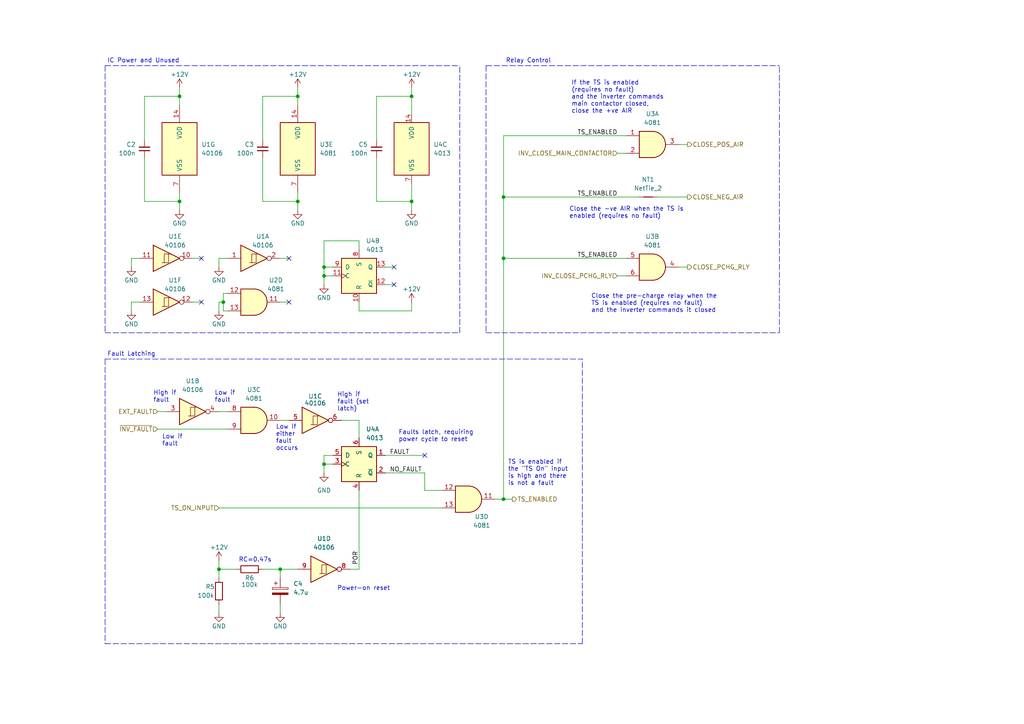
<source format=kicad_sch>
(kicad_sch (version 20211123) (generator eeschema)
  (paper "A4")
  (title_block (title "Pre-Charge") (date "2023-04-06") (rev "2.0.0") (company "SUFST - Southampton University Formula Student Team") (comment 1 "STAG 9") (comment 2 "Tim Brewis"))
  (lib_symbols
    (symbol "4xxx:40106" (pin_names (offset 1.016))
      (property "Reference" "U" (at 0 1.27 0))
      (property "Value" "40106" (at 0 -1.27 0))
      (symbol "40106_1_0"
        (polyline (pts (xy -0.635 -1.27) (xy -0.635 1.27) (xy 0.635 1.27)))
        (polyline (pts (xy -3.81 3.81) (xy -3.81 -3.81) (xy 3.81 0) (xy -3.81 3.81)) (stroke (width 0.254)) (fill (type background)))
        (polyline (pts (xy -1.27 -1.27) (xy 0.635 -1.27) (xy 0.635 1.27) (xy 1.27 1.27)))
        (pin input line (at -7.62 0 0) (length 3.81) (name "~") (number "1"))
        (pin output inverted (at 7.62 0 180) (length 3.81) (name "~") (number "2"))
      )
      (symbol "40106_2_0"
        (polyline (pts (xy -0.635 -1.27) (xy -0.635 1.27) (xy 0.635 1.27)))
        (polyline (pts (xy -3.81 3.81) (xy -3.81 -3.81) (xy 3.81 0) (xy -3.81 3.81)) (stroke (width 0.254)) (fill (type background)))
        (polyline (pts (xy -1.27 -1.27) (xy 0.635 -1.27) (xy 0.635 1.27) (xy 1.27 1.27)))
        (pin input line (at -7.62 0 0) (length 3.81) (name "~") (number "3"))
        (pin output inverted (at 7.62 0 180) (length 3.81) (name "~") (number "4"))
      )
      (symbol "40106_3_0"
        (polyline (pts (xy -0.635 -1.27) (xy -0.635 1.27) (xy 0.635 1.27)))
        (polyline (pts (xy -3.81 3.81) (xy -3.81 -3.81) (xy 3.81 0) (xy -3.81 3.81)) (stroke (width 0.254)) (fill (type background)))
        (polyline (pts (xy -1.27 -1.27) (xy 0.635 -1.27) (xy 0.635 1.27) (xy 1.27 1.27)))
        (pin input line (at -7.62 0 0) (length 3.81) (name "~") (number "5"))
        (pin output inverted (at 7.62 0 180) (length 3.81) (name "~") (number "6"))
      )
      (symbol "40106_4_0"
        (polyline (pts (xy -0.635 -1.27) (xy -0.635 1.27) (xy 0.635 1.27)))
        (polyline (pts (xy -3.81 3.81) (xy -3.81 -3.81) (xy 3.81 0) (xy -3.81 3.81)) (stroke (width 0.254)) (fill (type background)))
        (polyline (pts (xy -1.27 -1.27) (xy 0.635 -1.27) (xy 0.635 1.27) (xy 1.27 1.27)))
        (pin output inverted (at 7.62 0 180) (length 3.81) (name "~") (number "8"))
        (pin input line (at -7.62 0 0) (length 3.81) (name "~") (number "9"))
      )
      (symbol "40106_5_0"
        (polyline (pts (xy -0.635 -1.27) (xy -0.635 1.27) (xy 0.635 1.27)))
        (polyline (pts (xy -3.81 3.81) (xy -3.81 -3.81) (xy 3.81 0) (xy -3.81 3.81)) (stroke (width 0.254)) (fill (type background)))
        (polyline (pts (xy -1.27 -1.27) (xy 0.635 -1.27) (xy 0.635 1.27) (xy 1.27 1.27)))
        (pin output inverted (at 7.62 0 180) (length 3.81) (name "~") (number "10"))
        (pin input line (at -7.62 0 0) (length 3.81) (name "~") (number "11"))
      )
      (symbol "40106_6_0"
        (polyline (pts (xy -0.635 -1.27) (xy -0.635 1.27) (xy 0.635 1.27)))
        (polyline (pts (xy -3.81 3.81) (xy -3.81 -3.81) (xy 3.81 0) (xy -3.81 3.81)) (stroke (width 0.254)) (fill (type background)))
        (polyline (pts (xy -1.27 -1.27) (xy 0.635 -1.27) (xy 0.635 1.27) (xy 1.27 1.27)))
        (pin output inverted (at 7.62 0 180) (length 3.81) (name "~") (number "12"))
        (pin input line (at -7.62 0 0) (length 3.81) (name "~") (number "13"))
      )
      (symbol "40106_7_0"
        (pin power_in line (at 0 12.7 270) (length 5.08) (name "VDD") (number "14"))
        (pin power_in line (at 0 -12.7 90) (length 5.08) (name "VSS") (number "7"))
      )
      (symbol "40106_7_1"
        (rectangle (start -5.08 7.62) (end 5.08 -7.62) (stroke (width 0.254)) (fill (type background)))
      )
    )
    (symbol "4xxx:4013" (pin_names (offset 1.016))
      (property "Reference" "U" (at -7.62 8.89 0))
      (property "Value" "4013" (at -7.62 -8.89 0))
      (symbol "4013_1_1"
        (rectangle (start -5.08 5.08) (end 5.08 -5.08) (stroke (width 0.254)) (fill (type background)))
        (pin output line (at 7.62 2.54 180) (length 2.54) (name "Q") (number "1"))
        (pin output line (at 7.62 -2.54 180) (length 2.54) (name "~{Q}") (number "2"))
        (pin input clock (at -7.62 0 0) (length 2.54) (name "C") (number "3"))
        (pin input line (at 0 -7.62 90) (length 2.54) (name "R") (number "4"))
        (pin input line (at -7.62 2.54 0) (length 2.54) (name "D") (number "5"))
        (pin input line (at 0 7.62 270) (length 2.54) (name "S") (number "6"))
      )
      (symbol "4013_2_1"
        (rectangle (start -5.08 5.08) (end 5.08 -5.08) (stroke (width 0.254)) (fill (type background)))
        (pin input line (at 0 -7.62 90) (length 2.54) (name "R") (number "10"))
        (pin input clock (at -7.62 0 0) (length 2.54) (name "C") (number "11"))
        (pin output line (at 7.62 -2.54 180) (length 2.54) (name "~{Q}") (number "12"))
        (pin output line (at 7.62 2.54 180) (length 2.54) (name "Q") (number "13"))
        (pin input line (at 0 7.62 270) (length 2.54) (name "S") (number "8"))
        (pin input line (at -7.62 2.54 0) (length 2.54) (name "D") (number "9"))
      )
      (symbol "4013_3_0"
        (pin power_in line (at 0 10.16 270) (length 2.54) (name "VDD") (number "14"))
        (pin power_in line (at 0 -10.16 90) (length 2.54) (name "VSS") (number "7"))
      )
      (symbol "4013_3_1"
        (rectangle (start -5.08 7.62) (end 5.08 -7.62) (stroke (width 0.254)) (fill (type background)))
      )
    )
    (symbol "4xxx:4081" (pin_names (offset 1.016))
      (property "Reference" "U" (at 0 1.27 0))
      (property "Value" "4081" (at 0 -1.27 0))
      (symbol "4081_1_1"
        (arc (start 0 -3.81) (mid 3.81 0) (end 0 3.81) (stroke (width 0.254)) (fill (type background)))
        (polyline (pts (xy 0 3.81) (xy -3.81 3.81) (xy -3.81 -3.81) (xy 0 -3.81)) (stroke (width 0.254)) (fill (type background)))
        (pin input line (at -7.62 2.54 0) (length 3.81) (name "~") (number "1"))
        (pin input line (at -7.62 -2.54 0) (length 3.81) (name "~") (number "2"))
        (pin output line (at 7.62 0 180) (length 3.81) (name "~") (number "3"))
      )
      (symbol "4081_1_2"
        (arc (start -3.81 -3.81) (mid -2.589 0) (end -3.81 3.81) (stroke (width 0.254)))
        (arc (start -0.6096 -3.81) (mid 2.1842 -2.5851) (end 3.81 0) (stroke (width 0.254)) (fill (type background)))
        (polyline (pts (xy -3.81 -3.81) (xy -0.635 -3.81)) (stroke (width 0.254)) (fill (type background)))
        (polyline (pts (xy -3.81 3.81) (xy -0.635 3.81)) (stroke (width 0.254)) (fill (type background)))
        (polyline (pts (xy -0.635 3.81) (xy -3.81 3.81) (xy -3.81 3.81) (xy -3.556 3.4036) (xy -3.0226 2.2606) (xy -2.6924 1.0414) (xy -2.6162 -0.254) (xy -2.7686 -1.4986) (xy -3.175 -2.7178) (xy -3.81 -3.81) (xy -3.81 -3.81) (xy -0.635 -3.81)) (stroke (width -25.4)) (fill (type background)))
        (arc (start 3.81 0) (mid 2.1915 2.5936) (end -0.6096 3.81) (stroke (width 0.254)) (fill (type background)))
        (pin input inverted (at -7.62 2.54 0) (length 4.318) (name "~") (number "1"))
        (pin input inverted (at -7.62 -2.54 0) (length 4.318) (name "~") (number "2"))
        (pin output inverted (at 7.62 0 180) (length 3.81) (name "~") (number "3"))
      )
      (symbol "4081_2_1"
        (arc (start 0 -3.81) (mid 3.81 0) (end 0 3.81) (stroke (width 0.254)) (fill (type background)))
        (polyline (pts (xy 0 3.81) (xy -3.81 3.81) (xy -3.81 -3.81) (xy 0 -3.81)) (stroke (width 0.254)) (fill (type background)))
        (pin output line (at 7.62 0 180) (length 3.81) (name "~") (number "4"))
        (pin input line (at -7.62 2.54 0) (length 3.81) (name "~") (number "5"))
        (pin input line (at -7.62 -2.54 0) (length 3.81) (name "~") (number "6"))
      )
      (symbol "4081_2_2"
        (arc (start -3.81 -3.81) (mid -2.589 0) (end -3.81 3.81) (stroke (width 0.254)))
        (arc (start -0.6096 -3.81) (mid 2.1842 -2.5851) (end 3.81 0) (stroke (width 0.254)) (fill (type background)))
        (polyline (pts (xy -3.81 -3.81) (xy -0.635 -3.81)) (stroke (width 0.254)) (fill (type background)))
        (polyline (pts (xy -3.81 3.81) (xy -0.635 3.81)) (stroke (width 0.254)) (fill (type background)))
        (polyline (pts (xy -0.635 3.81) (xy -3.81 3.81) (xy -3.81 3.81) (xy -3.556 3.4036) (xy -3.0226 2.2606) (xy -2.6924 1.0414) (xy -2.6162 -0.254) (xy -2.7686 -1.4986) (xy -3.175 -2.7178) (xy -3.81 -3.81) (xy -3.81 -3.81) (xy -0.635 -3.81)) (stroke (width -25.4)) (fill (type background)))
        (arc (start 3.81 0) (mid 2.1915 2.5936) (end -0.6096 3.81) (stroke (width 0.254)) (fill (type background)))
        (pin output inverted (at 7.62 0 180) (length 3.81) (name "~") (number "4"))
        (pin input inverted (at -7.62 2.54 0) (length 4.318) (name "~") (number "5"))
        (pin input inverted (at -7.62 -2.54 0) (length 4.318) (name "~") (number "6"))
      )
      (symbol "4081_3_1"
        (arc (start 0 -3.81) (mid 3.81 0) (end 0 3.81) (stroke (width 0.254)) (fill (type background)))
        (polyline (pts (xy 0 3.81) (xy -3.81 3.81) (xy -3.81 -3.81) (xy 0 -3.81)) (stroke (width 0.254)) (fill (type background)))
        (pin output line (at 7.62 0 180) (length 3.81) (name "~") (number "10"))
        (pin input line (at -7.62 2.54 0) (length 3.81) (name "~") (number "8"))
        (pin input line (at -7.62 -2.54 0) (length 3.81) (name "~") (number "9"))
      )
      (symbol "4081_3_2"
        (arc (start -3.81 -3.81) (mid -2.589 0) (end -3.81 3.81) (stroke (width 0.254)))
        (arc (start -0.6096 -3.81) (mid 2.1842 -2.5851) (end 3.81 0) (stroke (width 0.254)) (fill (type background)))
        (polyline (pts (xy -3.81 -3.81) (xy -0.635 -3.81)) (stroke (width 0.254)) (fill (type background)))
        (polyline (pts (xy -3.81 3.81) (xy -0.635 3.81)) (stroke (width 0.254)) (fill (type background)))
        (polyline (pts (xy -0.635 3.81) (xy -3.81 3.81) (xy -3.81 3.81) (xy -3.556 3.4036) (xy -3.0226 2.2606) (xy -2.6924 1.0414) (xy -2.6162 -0.254) (xy -2.7686 -1.4986) (xy -3.175 -2.7178) (xy -3.81 -3.81) (xy -3.81 -3.81) (xy -0.635 -3.81)) (stroke (width -25.4)) (fill (type background)))
        (arc (start 3.81 0) (mid 2.1915 2.5936) (end -0.6096 3.81) (stroke (width 0.254)) (fill (type background)))
        (pin output inverted (at 7.62 0 180) (length 3.81) (name "~") (number "10"))
        (pin input inverted (at -7.62 2.54 0) (length 4.318) (name "~") (number "8"))
        (pin input inverted (at -7.62 -2.54 0) (length 4.318) (name "~") (number "9"))
      )
      (symbol "4081_4_1"
        (arc (start 0 -3.81) (mid 3.81 0) (end 0 3.81) (stroke (width 0.254)) (fill (type background)))
        (polyline (pts (xy 0 3.81) (xy -3.81 3.81) (xy -3.81 -3.81) (xy 0 -3.81)) (stroke (width 0.254)) (fill (type background)))
        (pin output line (at 7.62 0 180) (length 3.81) (name "~") (number "11"))
        (pin input line (at -7.62 2.54 0) (length 3.81) (name "~") (number "12"))
        (pin input line (at -7.62 -2.54 0) (length 3.81) (name "~") (number "13"))
      )
      (symbol "4081_4_2"
        (arc (start -3.81 -3.81) (mid -2.589 0) (end -3.81 3.81) (stroke (width 0.254)))
        (arc (start -0.6096 -3.81) (mid 2.1842 -2.5851) (end 3.81 0) (stroke (width 0.254)) (fill (type background)))
        (polyline (pts (xy -3.81 -3.81) (xy -0.635 -3.81)) (stroke (width 0.254)) (fill (type background)))
        (polyline (pts (xy -3.81 3.81) (xy -0.635 3.81)) (stroke (width 0.254)) (fill (type background)))
        (polyline (pts (xy -0.635 3.81) (xy -3.81 3.81) (xy -3.81 3.81) (xy -3.556 3.4036) (xy -3.0226 2.2606) (xy -2.6924 1.0414) (xy -2.6162 -0.254) (xy -2.7686 -1.4986) (xy -3.175 -2.7178) (xy -3.81 -3.81) (xy -3.81 -3.81) (xy -0.635 -3.81)) (stroke (width -25.4)) (fill (type background)))
        (arc (start 3.81 0) (mid 2.1915 2.5936) (end -0.6096 3.81) (stroke (width 0.254)) (fill (type background)))
        (pin output inverted (at 7.62 0 180) (length 3.81) (name "~") (number "11"))
        (pin input inverted (at -7.62 2.54 0) (length 4.318) (name "~") (number "12"))
        (pin input inverted (at -7.62 -2.54 0) (length 4.318) (name "~") (number "13"))
      )
      (symbol "4081_5_0"
        (pin power_in line (at 0 12.7 270) (length 5.08) (name "VDD") (number "14"))
        (pin power_in line (at 0 -12.7 90) (length 5.08) (name "VSS") (number "7"))
      )
      (symbol "4081_5_1"
        (rectangle (start -5.08 7.62) (end 5.08 -7.62) (stroke (width 0.254)) (fill (type background)))
      )
    )
    (symbol "Device:C_Polarized" (pin_numbers hide) (pin_names (offset 0.254))
      (property "Reference" "C" (at 0.635 2.54 0))
      (property "Value" "C_Polarized" (at 0.635 -2.54 0))
      (symbol "C_Polarized_0_1"
        (rectangle (start -2.286 0.508) (end 2.286 1.016))
        (polyline (pts (xy -1.778 2.286) (xy -0.762 2.286)))
        (polyline (pts (xy -1.27 2.794) (xy -1.27 1.778)))
        (rectangle (start 2.286 -0.508) (end -2.286 -1.016) (fill (type outline)))
      )
      (symbol "C_Polarized_1_1"
        (pin passive line (at 0 3.81 270) (length 2.794) (name "~") (number "1"))
        (pin passive line (at 0 -3.81 90) (length 2.794) (name "~") (number "2"))
      )
    )
    (symbol "Device:C_Small" (pin_numbers hide) (pin_names (offset 0.254) hide)
      (property "Reference" "C" (at 0.254 1.778 0))
      (property "Value" "C_Small" (at 0.254 -2.032 0))
      (symbol "C_Small_0_1"
        (polyline (pts (xy -1.524 -0.508) (xy 1.524 -0.508)) (stroke (width 0.3302)))
        (polyline (pts (xy -1.524 0.508) (xy 1.524 0.508)) (stroke (width 0.3048)))
      )
      (symbol "C_Small_1_1"
        (pin passive line (at 0 2.54 270) (length 2.032) (name "~") (number "1"))
        (pin passive line (at 0 -2.54 90) (length 2.032) (name "~") (number "2"))
      )
    )
    (symbol "Device:NetTie_2" (pin_numbers hide) (pin_names (offset 0) hide) (in_bom no)
      (property "Reference" "NT" (at 0 1.27 0))
      (property "Value" "NetTie_2" (at 0 -1.27 0))
      (symbol "NetTie_2_0_1"
        (polyline (pts (xy -1.27 0) (xy 1.27 0)) (stroke (width 0.254)))
      )
      (symbol "NetTie_2_1_1"
        (pin passive line (at -2.54 0 0) (length 2.54) (name "1") (number "1"))
        (pin passive line (at 2.54 0 180) (length 2.54) (name "2") (number "2"))
      )
    )
    (symbol "Device:R" (pin_numbers hide) (pin_names (offset 0))
      (property "Reference" "R" (at 2.032 0 90))
      (property "Value" "R" (at 0 0 90))
      (symbol "R_0_1"
        (rectangle (start -1.016 -2.54) (end 1.016 2.54) (stroke (width 0.254)))
      )
      (symbol "R_1_1"
        (pin passive line (at 0 3.81 270) (length 1.27) (name "~") (number "1"))
        (pin passive line (at 0 -3.81 90) (length 1.27) (name "~") (number "2"))
      )
    )
    (symbol "power:+12V" (power) (pin_names (offset 0))
      (property "Value" "+12V" (at 0 3.556 0))
      (symbol "+12V_0_1"
        (polyline (pts (xy -0.762 1.27) (xy 0 2.54)))
        (polyline (pts (xy 0 0) (xy 0 2.54)))
        (polyline (pts (xy 0 2.54) (xy 0.762 1.27)))
      )
      (symbol "+12V_1_1"
        (pin power_in line (at 0 0 90) (length 0) hide (name "+12V") (number "1"))
      )
    )
    (symbol "power:GND" (power) (pin_names (offset 0))
      (property "Value" "GND" (at 0 -3.81 0))
      (symbol "GND_0_1"
        (polyline (pts (xy 0 0) (xy 0 -1.27) (xy 1.27 -1.27) (xy 0 -2.54) (xy -1.27 -1.27) (xy 0 -1.27)))
      )
      (symbol "GND_1_1"
        (pin power_in line (at 0 0 270) (length 0) hide (name "GND") (number "1"))
      )
    )
  )
  (junction (at 93.98 134.62))
  (junction (at 81.28 165.1))
  (junction (at 146.05 57.15))
  (junction (at 86.36 58.42))
  (junction (at 64.77 87.63))
  (junction (at 93.98 77.47))
  (junction (at 146.05 144.78))
  (junction (at 63.5 165.1))
  (junction (at 52.07 27.94))
  (junction (at 86.36 27.94))
  (junction (at 146.05 74.93))
  (junction (at 93.98 80.01))
  (junction (at 119.38 58.42))
  (junction (at 119.38 27.94))
  (junction (at 52.07 58.42))
  (no_connect (at 123.19 132.08))
  (no_connect (at 114.3 77.47))
  (no_connect (at 114.3 82.55))
  (no_connect (at 58.42 74.93))
  (no_connect (at 83.82 87.63))
  (no_connect (at 83.82 74.93))
  (no_connect (at 58.42 87.63))
  (wire (pts (xy 45.72 124.46) (xy 66.04 124.46)))
  (wire (pts (xy 63.5 74.93) (xy 66.04 74.93)))
  (wire (pts (xy 81.28 175.26) (xy 81.28 177.8)))
  (wire (pts (xy 93.98 80.01) (xy 96.52 80.01)))
  (wire (pts (xy 190.5 57.15) (xy 199.39 57.15)))
  (wire (pts (xy 63.5 175.26) (xy 63.5 177.8)))
  (polyline (pts (xy 30.48 19.05) (xy 133.35 19.05)))
  (wire (pts (xy 55.88 87.63) (xy 58.42 87.63)))
  (wire (pts (xy 104.14 90.17) (xy 119.38 90.17)))
  (wire (pts (xy 52.07 58.42) (xy 41.91 58.42)))
  (wire (pts (xy 119.38 90.17) (xy 119.38 87.63)))
  (wire (pts (xy 93.98 134.62) (xy 93.98 137.16)))
  (wire (pts (xy 52.07 55.88) (xy 52.07 58.42)))
  (wire (pts (xy 64.77 90.17) (xy 66.04 90.17)))
  (wire (pts (xy 96.52 134.62) (xy 93.98 134.62)))
  (polyline (pts (xy 30.48 19.05) (xy 30.48 96.52)))
  (wire (pts (xy 41.91 58.42) (xy 41.91 45.72)))
  (wire (pts (xy 86.36 58.42) (xy 86.36 60.96)))
  (wire (pts (xy 52.07 58.42) (xy 52.07 60.96)))
  (wire (pts (xy 76.2 40.64) (xy 76.2 27.94)))
  (wire (pts (xy 128.27 142.24) (xy 123.19 142.24)))
  (wire (pts (xy 93.98 69.85) (xy 104.14 69.85)))
  (polyline (pts (xy 133.35 96.52) (xy 133.35 19.05)))
  (wire (pts (xy 38.1 77.47) (xy 38.1 74.93)))
  (wire (pts (xy 38.1 90.17) (xy 38.1 87.63)))
  (wire (pts (xy 101.6 165.1) (xy 104.14 165.1)))
  (wire (pts (xy 63.5 162.56) (xy 63.5 165.1)))
  (wire (pts (xy 63.5 165.1) (xy 68.58 165.1)))
  (polyline (pts (xy 140.97 19.05) (xy 226.06 19.05)))
  (polyline (pts (xy 140.97 19.05) (xy 140.97 96.52)))
  (wire (pts (xy 111.76 77.47) (xy 114.3 77.47)))
  (wire (pts (xy 63.5 90.17) (xy 63.5 87.63)))
  (wire (pts (xy 86.36 25.4) (xy 86.36 27.94)))
  (wire (pts (xy 81.28 87.63) (xy 83.82 87.63)))
  (wire (pts (xy 119.38 58.42) (xy 119.38 60.96)))
  (wire (pts (xy 86.36 55.88) (xy 86.36 58.42)))
  (wire (pts (xy 179.07 80.01) (xy 181.61 80.01)))
  (wire (pts (xy 104.14 87.63) (xy 104.14 90.17)))
  (wire (pts (xy 64.77 85.09) (xy 66.04 85.09)))
  (wire (pts (xy 123.19 142.24) (xy 123.19 137.16)))
  (wire (pts (xy 93.98 132.08) (xy 93.98 134.62)))
  (wire (pts (xy 86.36 27.94) (xy 86.36 30.48)))
  (wire (pts (xy 146.05 39.37) (xy 146.05 57.15)))
  (wire (pts (xy 111.76 82.55) (xy 114.3 82.55)))
  (wire (pts (xy 119.38 27.94) (xy 119.38 33.02)))
  (wire (pts (xy 196.85 77.47) (xy 199.39 77.47)))
  (wire (pts (xy 109.22 27.94) (xy 119.38 27.94)))
  (wire (pts (xy 52.07 25.4) (xy 52.07 27.94)))
  (wire (pts (xy 63.5 87.63) (xy 64.77 87.63)))
  (wire (pts (xy 45.72 119.38) (xy 48.26 119.38)))
  (wire (pts (xy 64.77 87.63) (xy 64.77 90.17)))
  (polyline (pts (xy 140.97 96.52) (xy 226.06 96.52)))
  (wire (pts (xy 52.07 27.94) (xy 52.07 30.48)))
  (wire (pts (xy 196.85 41.91) (xy 199.39 41.91)))
  (polyline (pts (xy 30.48 104.14) (xy 168.91 104.14)))
  (wire (pts (xy 146.05 39.37) (xy 181.61 39.37)))
  (wire (pts (xy 81.28 165.1) (xy 86.36 165.1)))
  (wire (pts (xy 81.28 165.1) (xy 81.28 167.64)))
  (wire (pts (xy 41.91 27.94) (xy 52.07 27.94)))
  (wire (pts (xy 119.38 58.42) (xy 109.22 58.42)))
  (wire (pts (xy 76.2 27.94) (xy 86.36 27.94)))
  (polyline (pts (xy 168.91 186.69) (xy 168.91 104.14)))
  (wire (pts (xy 111.76 132.08) (xy 123.19 132.08)))
  (wire (pts (xy 104.14 142.24) (xy 104.14 165.1)))
  (wire (pts (xy 146.05 74.93) (xy 181.61 74.93)))
  (wire (pts (xy 93.98 77.47) (xy 96.52 77.47)))
  (wire (pts (xy 109.22 58.42) (xy 109.22 45.72)))
  (wire (pts (xy 146.05 144.78) (xy 148.59 144.78)))
  (wire (pts (xy 109.22 40.64) (xy 109.22 27.94)))
  (polyline (pts (xy 226.06 96.52) (xy 226.06 19.05)))
  (wire (pts (xy 41.91 40.64) (xy 41.91 27.94)))
  (wire (pts (xy 146.05 57.15) (xy 146.05 74.93)))
  (wire (pts (xy 63.5 165.1) (xy 63.5 167.64)))
  (wire (pts (xy 64.77 87.63) (xy 64.77 85.09)))
  (polyline (pts (xy 30.48 186.69) (xy 168.91 186.69)))
  (wire (pts (xy 146.05 74.93) (xy 146.05 144.78)))
  (wire (pts (xy 104.14 121.92) (xy 104.14 127)))
  (wire (pts (xy 86.36 58.42) (xy 76.2 58.42)))
  (wire (pts (xy 38.1 87.63) (xy 40.64 87.63)))
  (wire (pts (xy 76.2 58.42) (xy 76.2 45.72)))
  (wire (pts (xy 119.38 53.34) (xy 119.38 58.42)))
  (wire (pts (xy 81.28 121.92) (xy 83.82 121.92)))
  (wire (pts (xy 63.5 147.32) (xy 128.27 147.32)))
  (wire (pts (xy 76.2 165.1) (xy 81.28 165.1)))
  (polyline (pts (xy 30.48 104.14) (xy 30.48 186.69)))
  (wire (pts (xy 119.38 25.4) (xy 119.38 27.94)))
  (polyline (pts (xy 30.48 96.52) (xy 133.35 96.52)))
  (wire (pts (xy 96.52 132.08) (xy 93.98 132.08)))
  (wire (pts (xy 63.5 77.47) (xy 63.5 74.93)))
  (wire (pts (xy 93.98 80.01) (xy 93.98 82.55)))
  (wire (pts (xy 93.98 77.47) (xy 93.98 80.01)))
  (wire (pts (xy 146.05 57.15) (xy 185.42 57.15)))
  (wire (pts (xy 63.5 119.38) (xy 66.04 119.38)))
  (wire (pts (xy 38.1 74.93) (xy 40.64 74.93)))
  (wire (pts (xy 111.76 137.16) (xy 123.19 137.16)))
  (wire (pts (xy 104.14 69.85) (xy 104.14 72.39)))
  (wire (pts (xy 55.88 74.93) (xy 58.42 74.93)))
  (wire (pts (xy 179.07 44.45) (xy 181.61 44.45)))
  (wire (pts (xy 143.51 144.78) (xy 146.05 144.78)))
  (wire (pts (xy 99.06 121.92) (xy 104.14 121.92)))
  (wire (pts (xy 81.28 74.93) (xy 83.82 74.93)))
  (wire (pts (xy 93.98 77.47) (xy 93.98 69.85)))
  (text "Low if \nfault" (at 46.99 129.54 0) (effects (font (size 1.27 1.27)) (justify left bottom)))
  (text "Faults latch, requiring \npower cycle to reset" (at 115.57 128.27 0) (effects (font (size 1.27 1.27)) (justify left bottom)))
  (text "Low if\neither\nfault \noccurs" (at 80.01 130.81 0) (effects (font (size 1.27 1.27)) (justify left bottom)))
  (text "RC=0.47s" (at 69.215 163.195 0) (effects (font (size 1.27 1.27)) (justify left bottom)))
  (text "If the TS is enabled\n(requires no fault)\nand the inverter commands\nmain contactor closed,\nclose the +ve AIR" (at 165.735 33.02 0) (effects (font (size 1.27 1.27)) (justify left bottom)))
  (text "Power-on reset" (at 97.79 171.45 0) (effects (font (size 1.27 1.27)) (justify left bottom)))
  (text "High if\nfault" (at 44.45 116.84 0) (effects (font (size 1.27 1.27)) (justify left bottom)))
  (text "Relay Control" (at 146.685 18.415 0) (effects (font (size 1.27 1.27)) (justify left bottom)))
  (text "IC Power and Unused" (at 31.115 18.415 0) (effects (font (size 1.27 1.27)) (justify left bottom)))
  (text "Close the -ve AIR when the TS is\nenabled (requires no fault)" (at 165.1 63.5 0) (effects (font (size 1.27 1.27)) (justify left bottom)))
  (text "Low if\nfault" (at 62.23 116.84 0) (effects (font (size 1.27 1.27)) (justify left bottom)))
  (text "Fault Latching" (at 31.115 103.505 0) (effects (font (size 1.27 1.27)) (justify left bottom)))
  (text "Close the pre-charge relay when the \nTS is enabled (requires no fault) \nand the inverter commands it closed" (at 171.45 90.805 0) (effects (font (size 1.27 1.27)) (justify left bottom)))
  (text "TS is enabled if\nthe \"TS On\" input\nis high and there\nis not a fault" (at 147.32 140.97 0) (effects (font (size 1.27 1.27)) (justify left bottom)))
  (text "High if\nfault (set\nlatch)" (at 97.79 119.38 0) (effects (font (size 1.27 1.27)) (justify left bottom)))
  (label "TS_ENABLED" (at 179.07 57.15 180))
  (label "FAULT" (at 113.03 132.08 0))
  (label "POR" (at 104.14 163.83 90))
  (label "NO_FAULT" (at 113.03 137.16 0))
  (label "TS_ENABLED" (at 179.07 39.37 180))
  (label "TS_ENABLED" (at 179.07 74.93 180))
  (hierarchical_label "CLOSE_POS_AIR" (shape output) (at 199.39 41.91 0))
  (hierarchical_label "INV_CLOSE_MAIN_CONTACTOR" (shape input) (at 179.07 44.45 180))
  (hierarchical_label "CLOSE_NEG_AIR" (shape output) (at 199.39 57.15 0))
  (hierarchical_label "EXT_FAULT" (shape input) (at 45.72 119.38 180))
  (hierarchical_label "TS_ON_INPUT" (shape input) (at 63.5 147.32 180))
  (hierarchical_label "INV_CLOSE_PCHG_RLY" (shape input) (at 179.07 80.01 180))
  (hierarchical_label "CLOSE_PCHG_RLY" (shape output) (at 199.39 77.47 0))
  (hierarchical_label "~{INV_FAULT}" (shape input) (at 45.72 124.46 180))
  (hierarchical_label "TS_ENABLED" (shape output) (at 148.59 144.78 0))
  (symbol (lib_id "power:GND") (at 93.98 82.55 0) (unit 1)
    (property "Reference" "#PWR024" (effects hide))
    (property "Value" "GND" (at 93.98 86.36 0))
  )
  (symbol (lib_id "Device:C_Small") (at 76.2 43.18 0) (mirror x) (unit 1)
    (property "Reference" "C3" (at 73.66 41.9035 0) (effects (justify right)))
    (property "Value" "100n" (at 73.66 44.4435 0) (effects (justify right)))
  )
  (symbol (lib_id "power:+12V") (at 52.07 25.4 0) (unit 1)
    (property "Reference" "#PWR015" (effects hide))
    (property "Value" "+12V" (at 52.07 21.59 0))
  )
  (symbol (lib_id "Device:C_Polarized") (at 81.28 171.45 0) (unit 1)
    (property "Reference" "C4" (at 85.09 169.2909 0) (effects (justify left)))
    (property "Value" "4.7u" (at 85.09 171.8309 0) (effects (justify left)))
    (property "Footprint" "Capacitor_THT:CP_Radial_D5.0mm_P2.00mm" (effects hide))
  )
  (symbol (lib_id "4xxx:40106") (at 48.26 87.63 0) (unit 6)
    (property "Reference" "U1" (at 50.8 81.28 0))
    (property "Value" "40106" (at 50.8 83.82 0))
    (property "Datasheet" "https://assets.nexperia.com/documents/data-sheet/HEF40106B.pdf" (effects hide))
  )
  (symbol (lib_id "4xxx:40106") (at 48.26 74.93 0) (unit 5)
    (property "Reference" "U1" (at 50.8 68.58 0))
    (property "Value" "40106" (at 50.8 71.12 0))
    (property "Datasheet" "https://assets.nexperia.com/documents/data-sheet/HEF40106B.pdf" (effects hide))
  )
  (symbol (lib_id "power:+12V") (at 86.36 25.4 0) (unit 1)
    (property "Reference" "#PWR022" (effects hide))
    (property "Value" "+12V" (at 86.36 21.59 0))
  )
  (symbol (lib_id "4xxx:40106") (at 93.98 165.1 0) (unit 4)
    (property "Reference" "U1" (at 93.98 156.21 0))
    (property "Value" "40106" (at 93.98 158.75 0))
    (property "Datasheet" "https://assets.nexperia.com/documents/data-sheet/HEF40106B.pdf" (effects hide))
  )
  (symbol (lib_id "4xxx:40106") (at 52.07 43.18 0) (unit 7)
    (property "Reference" "U1" (at 58.42 41.9099 0) (effects (justify left)))
    (property "Value" "40106" (at 58.42 44.4499 0) (effects (justify left)))
    (property "Datasheet" "https://assets.nexperia.com/documents/data-sheet/HEF40106B.pdf" (effects hide))
  )
  (symbol (lib_id "4xxx:4013") (at 119.38 43.18 0) (unit 3)
    (property "Reference" "U4" (at 125.73 41.9099 0) (effects (justify left)))
    (property "Value" "4013" (at 125.73 44.4499 0) (effects (justify left)))
    (property "Datasheet" "http://www.onsemi.com/pub/Collateral/MC14013B-D.PDF" (effects hide))
  )
  (symbol (lib_id "4xxx:4081") (at 73.66 121.92 0) (unit 3)
    (property "Reference" "U3" (at 73.66 113.03 0))
    (property "Value" "4081" (at 73.66 115.57 0))
    (property "Datasheet" "http://www.intersil.com/content/dam/Intersil/documents/cd40/cd4073bms-81bms-82bms.pdf" (effects hide))
  )
  (symbol (lib_id "4xxx:4013") (at 104.14 80.01 0) (unit 2)
    (property "Reference" "U4" (at 106.1594 69.85 0) (effects (justify left)))
    (property "Value" "4013" (at 106.1594 72.39 0) (effects (justify left)))
    (property "Datasheet" "http://www.onsemi.com/pub/Collateral/MC14013B-D.PDF" (effects hide))
  )
  (symbol (lib_id "power:GND") (at 38.1 77.47 0) (unit 1)
    (property "Reference" "#PWR013" (effects hide))
    (property "Value" "GND" (at 38.1 81.28 0))
  )
  (symbol (lib_id "power:GND") (at 63.5 90.17 0) (unit 1)
    (property "Reference" "#PWR018" (effects hide))
    (property "Value" "GND" (at 63.5 93.98 0))
  )
  (symbol (lib_id "power:GND") (at 52.07 60.96 0) (unit 1)
    (property "Reference" "#PWR016" (effects hide))
    (property "Value" "GND" (at 52.07 64.77 0))
  )
  (symbol (lib_id "power:GND") (at 86.36 60.96 0) (unit 1)
    (property "Reference" "#PWR023" (effects hide))
    (property "Value" "GND" (at 86.36 64.77 0))
  )
  (symbol (lib_id "power:GND") (at 63.5 177.8 0) (unit 1)
    (property "Reference" "#PWR020" (effects hide))
    (property "Value" "GND" (at 63.5 181.61 0))
  )
  (symbol (lib_id "power:+12V") (at 119.38 87.63 0) (unit 1)
    (property "Reference" "#PWR028" (effects hide))
    (property "Value" "+12V" (at 119.38 83.82 0))
  )
  (symbol (lib_id "power:GND") (at 81.28 177.8 0) (unit 1)
    (property "Reference" "#PWR021" (effects hide))
    (property "Value" "GND" (at 81.28 181.61 0))
  )
  (symbol (lib_id "power:+12V") (at 119.38 25.4 0) (unit 1)
    (property "Reference" "#PWR026" (effects hide))
    (property "Value" "+12V" (at 119.38 21.59 0))
  )
  (symbol (lib_id "4xxx:4081") (at 135.89 144.78 0) (unit 4)
    (property "Reference" "U3" (at 139.7 149.86 0))
    (property "Value" "4081" (at 139.7 152.4 0))
    (property "Datasheet" "http://www.intersil.com/content/dam/Intersil/documents/cd40/cd4073bms-81bms-82bms.pdf" (effects hide))
  )
  (symbol (lib_id "Device:C_Small") (at 109.22 43.18 0) (mirror x) (unit 1)
    (property "Reference" "C5" (at 106.68 41.9035 0) (effects (justify right)))
    (property "Value" "100n" (at 106.68 44.4435 0) (effects (justify right)))
  )
  (symbol (lib_id "Device:R") (at 63.5 171.45 0) (unit 1)
    (property "Reference" "R5" (at 60.96 170.18 0))
    (property "Value" "100k" (at 59.69 172.72 0))
    (property "Footprint" "Resistor_SMD:R_0805_2012Metric_Pad1.20x1.40mm_HandSolder" (effects hide))
  )
  (symbol (lib_id "4xxx:40106") (at 55.88 119.38 0) (unit 2)
    (property "Reference" "U1" (at 55.88 110.49 0))
    (property "Value" "40106" (at 55.88 113.03 0))
    (property "Datasheet" "https://assets.nexperia.com/documents/data-sheet/HEF40106B.pdf" (effects hide))
  )
  (symbol (lib_id "power:GND") (at 38.1 90.17 0) (unit 1)
    (property "Reference" "#PWR014" (effects hide))
    (property "Value" "GND" (at 38.1 93.98 0))
  )
  (symbol (lib_id "power:GND") (at 63.5 77.47 0) (unit 1)
    (property "Reference" "#PWR017" (effects hide))
    (property "Value" "GND" (at 63.5 81.28 0))
  )
  (symbol (lib_id "4xxx:4081") (at 189.23 41.91 0) (unit 1)
    (property "Reference" "U3" (at 189.23 33.02 0))
    (property "Value" "4081" (at 189.23 35.56 0))
    (property "Footprint" "Package_SO:SOIC-14_3.9x8.7mm_P1.27mm" (effects hide))
    (property "Datasheet" "http://www.intersil.com/content/dam/Intersil/documents/cd40/cd4073bms-81bms-82bms.pdf" (effects hide))
  )
  (symbol (lib_id "power:+12V") (at 63.5 162.56 0) (unit 1)
    (property "Reference" "#PWR019" (effects hide))
    (property "Value" "+12V" (at 63.5 158.75 0))
  )
  (symbol (lib_id "4xxx:4081") (at 189.23 77.47 0) (unit 2)
    (property "Reference" "U3" (at 189.23 68.58 0))
    (property "Value" "4081" (at 189.23 71.12 0))
    (property "Datasheet" "http://www.intersil.com/content/dam/Intersil/documents/cd40/cd4073bms-81bms-82bms.pdf" (effects hide))
  )
  (symbol (lib_id "power:GND") (at 119.38 60.96 0) (unit 1)
    (property "Reference" "#PWR027" (effects hide))
    (property "Value" "GND" (at 119.38 64.77 0))
  )
  (symbol (lib_id "Device:R") (at 72.39 165.1 270) (unit 1)
    (property "Reference" "R6" (at 72.39 167.64 90))
    (property "Value" "100k" (at 72.39 169.545 90))
    (property "Footprint" "Resistor_SMD:R_0805_2012Metric_Pad1.20x1.40mm_HandSolder" (effects hide))
  )
  (symbol (lib_id "4xxx:4013") (at 104.14 134.62 0) (unit 1)
    (property "Reference" "U4" (at 106.1594 124.46 0) (effects (justify left)))
    (property "Value" "4013" (at 106.1594 127 0) (effects (justify left)))
    (property "Datasheet" "http://www.onsemi.com/pub/Collateral/MC14013B-D.PDF" (effects hide))
  )
  (symbol (lib_id "4xxx:40106") (at 73.66 74.93 0) (unit 1)
    (property "Reference" "U1" (at 76.2 68.58 0))
    (property "Value" "40106" (at 76.2 71.12 0))
    (property "Datasheet" "https://assets.nexperia.com/documents/data-sheet/HEF40106B.pdf" (effects hide))
  )
  (symbol (lib_id "Device:C_Small") (at 41.91 43.18 0) (mirror x) (unit 1)
    (property "Reference" "C2" (at 39.37 41.9035 0) (effects (justify right)))
    (property "Value" "100n" (at 39.37 44.4435 0) (effects (justify right)))
  )
  (symbol (lib_id "power:GND") (at 93.98 137.16 0) (unit 1)
    (property "Reference" "#PWR025" (effects hide))
    (property "Value" "GND" (at 93.98 142.24 0))
  )
  (symbol (lib_id "4xxx:40106") (at 91.44 121.92 0) (unit 3)
    (property "Reference" "U1" (at 91.44 114.935 0))
    (property "Value" "40106" (at 91.44 116.9186 0))
    (property "Footprint" "Package_SO:SOIC-14_3.9x8.7mm_P1.27mm" (effects hide))
    (property "Datasheet" "https://assets.nexperia.com/documents/data-sheet/HEF40106B.pdf" (effects hide))
  )
  (symbol (lib_id "Device:NetTie_2") (at 187.96 57.15 0) (unit 1) (in_bom no)
    (property "Reference" "NT1" (at 187.96 52.07 0))
    (property "Value" "NetTie_2" (at 187.96 54.61 0))
  )
  (symbol (lib_id "4xxx:4081") (at 86.36 43.18 0) (unit 5)
    (property "Reference" "U3" (at 92.71 41.9099 0) (effects (justify left)))
    (property "Value" "4081" (at 92.71 44.4499 0) (effects (justify left)))
    (property "Datasheet" "http://www.intersil.com/content/dam/Intersil/documents/cd40/cd4073bms-81bms-82bms.pdf" (effects hide))
  )
  (symbol (lib_id "4xxx:4081") (at 73.66 87.63 0) (unit 4)
    (property "Reference" "U2" (at 80.01 81.28 0))
    (property "Value" "4081" (at 80.01 83.82 0))
    (property "Datasheet" "http://www.intersil.com/content/dam/Intersil/documents/cd40/cd4073bms-81bms-82bms.pdf" (effects hide))
  )
)
</source>
